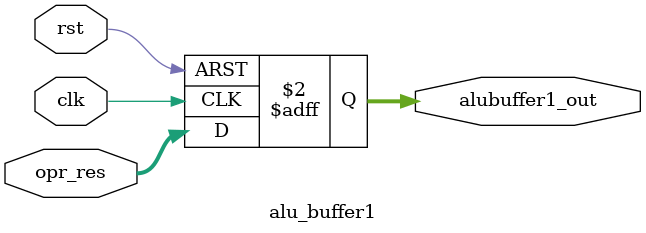
<source format=sv>
/*
 * Author: A.G. Hasan Zarook
 * University: University of Engineering and Technology, Lahore
 * Project: RISCV Pipeline Architecture
 * Date: 11th December 2024
 */
module alu_buffer1
(
    input  logic        clk,
    input  logic        rst,
    input  logic [31:0] opr_res,       // Input from the main PC
    output logic [31:0] alubuffer1_out      // Output to Decode stage
);
    always_ff @(posedge clk or posedge rst)
    begin
        if (rst)
            alubuffer1_out <= 32'b0;         // Reset value
        else
            alubuffer1_out <= opr_res;         // Pass PC to Decode stage
    end
endmodule
</source>
